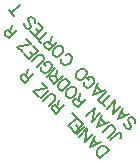
<source format=gbo>
%TF.GenerationSoftware,Altium Limited,Altium Designer,23.11.1 (41)*%
G04 Layer_Color=32896*
%FSLAX45Y45*%
%MOMM*%
%TF.SameCoordinates,18DA1BFE-AB01-4B7C-B155-7CF3A37A3822*%
%TF.FilePolarity,Positive*%
%TF.FileFunction,Legend,Bot*%
%TF.Part,Single*%
G01*
G75*
%TA.AperFunction,NonConductor*%
%ADD21C,0.20000*%
D21*
X2076469Y-2683147D02*
X2147164Y-2612451D01*
X2076469Y-2683147D02*
X2052903Y-2659582D01*
X2046170Y-2646116D01*
Y-2632650D01*
X2049537Y-2622551D01*
X2056270Y-2609085D01*
X2073102Y-2592253D01*
X2086568Y-2585520D01*
X2096667Y-2582153D01*
X2110133D01*
X2123599Y-2588886D01*
X2147164Y-2612451D01*
X2030348Y-2495636D02*
X1986584Y-2593263D01*
X2084211Y-2549499D01*
X2050547Y-2562965D02*
X2016882Y-2529300D01*
X1943157Y-2549836D02*
X2013852Y-2479140D01*
X1943157Y-2549836D02*
X1966722Y-2432010D01*
X1896027Y-2502705D02*
X1966722Y-2432010D01*
X1876501Y-2483180D02*
X1947197Y-2412484D01*
X1817925Y-2424603D02*
X1861689Y-2468367D01*
X1932385Y-2397672D01*
X1888621Y-2353908D01*
X1895353Y-2434703D02*
X1868422Y-2407771D01*
X1806142Y-2412821D02*
X1876838Y-2342125D01*
X1836440Y-2301728D01*
X1702456Y-2309134D02*
X1773151Y-2238438D01*
X1702456Y-2309134D02*
X1672157Y-2278836D01*
X1665425Y-2265370D01*
Y-2258637D01*
X1668791Y-2248538D01*
X1675524Y-2241805D01*
X1685624Y-2238438D01*
X1692356D01*
X1705822Y-2245171D01*
X1736120Y-2275469D01*
X1712555Y-2251904D02*
X1726021Y-2191308D01*
X1639503Y-2246181D02*
X1690000Y-2195685D01*
X1696733Y-2182219D01*
Y-2168753D01*
X1690000Y-2155287D01*
X1683267Y-2148554D01*
X1669801Y-2141821D01*
X1656335D01*
X1642869Y-2148554D01*
X1592372Y-2199051D01*
X1572847Y-2179526D02*
X1643543Y-2108830D01*
X1510904Y-2117583D02*
X1628730Y-2094018D01*
X1558035Y-2164713D02*
X1510904Y-2117583D01*
X1628730Y-2094018D02*
X1581600Y-2046887D01*
X1439536Y-2046214D02*
X1510231Y-1975519D01*
X1439536Y-2046214D02*
X1409237Y-2015916D01*
X1402505Y-2002450D01*
Y-1995717D01*
X1405871Y-1985618D01*
X1412604Y-1978885D01*
X1422704Y-1975519D01*
X1429436D01*
X1442902Y-1982251D01*
X1473200Y-2012549D01*
X1449635Y-1988984D02*
X1463101Y-1928388D01*
X2161580Y-2530707D02*
X2215443Y-2476843D01*
X2228909Y-2470110D01*
X2235642Y-2470111D01*
X2245741Y-2473477D01*
X2252474Y-2480210D01*
X2255841Y-2490309D01*
Y-2497042D01*
X2249108Y-2510508D01*
X2242374Y-2517241D01*
X2143401Y-2512528D02*
X2193898Y-2462031D01*
X2200631Y-2448565D01*
Y-2435100D01*
X2193898Y-2421634D01*
X2187165Y-2414901D01*
X2173699Y-2408168D01*
X2160233D01*
X2146767Y-2414901D01*
X2096270Y-2465398D01*
X2093577Y-2321313D02*
X2049814Y-2418941D01*
X2147441Y-2375177D01*
X2113776Y-2388642D02*
X2080112Y-2354978D01*
X2006386Y-2375513D02*
X2077082Y-2304818D01*
X2006386Y-2375513D02*
X2029951Y-2257687D01*
X1959256Y-2328383D02*
X2029951Y-2257687D01*
X1884184Y-2253311D02*
X1954880Y-2182615D01*
X1884184Y-2253311D02*
X1853886Y-2223013D01*
X1847153Y-2209547D01*
Y-2202814D01*
X1850520Y-2192715D01*
X1857252Y-2185982D01*
X1867352Y-2182615D01*
X1874085D01*
X1887550Y-2189348D01*
X1917849Y-2219647D01*
X1894283Y-2196081D02*
X1907749Y-2135485D01*
X1801032Y-2170160D02*
X1811132Y-2173526D01*
X1824598Y-2173526D01*
X1834697Y-2170159D01*
X1848163Y-2163427D01*
X1864995Y-2146594D01*
X1871728Y-2133129D01*
X1875095Y-2123029D01*
Y-2109563D01*
X1871728Y-2099464D01*
X1858262Y-2085998D01*
X1848163Y-2082632D01*
X1834697D01*
X1824598Y-2085998D01*
X1811132Y-2092731D01*
X1794300Y-2109563D01*
X1787567Y-2123029D01*
X1784200Y-2133129D01*
Y-2146594D01*
X1787567Y-2156694D01*
X1801032Y-2170160D01*
X1750872Y-2120000D02*
X1821568Y-2049304D01*
X1750872Y-2120000D02*
X1727307Y-2096434D01*
X1720574Y-2082968D01*
Y-2069503D01*
X1723941Y-2059403D01*
X1730674Y-2045937D01*
X1747506Y-2029105D01*
X1760972Y-2022372D01*
X1771071Y-2019006D01*
X1784537D01*
X1798003Y-2025739D01*
X1821568Y-2049304D01*
X1687920Y-2057047D02*
X1758615Y-1986351D01*
X1687920Y-2057047D02*
X1657622Y-2026749D01*
X1650889Y-2013283D01*
X1650889Y-2006550D01*
X1654255Y-1996451D01*
X1660988Y-1989718D01*
X1671088Y-1986351D01*
X1677820D01*
X1691286Y-1993084D01*
X1721584Y-2023382D01*
X1698019Y-1999817D02*
X1711485Y-1939221D01*
X1624967Y-1994094D02*
X1695663Y-1923398D01*
X1576490Y-1911952D02*
X1573124Y-1922052D01*
Y-1935518D01*
X1576490Y-1945617D01*
X1589956Y-1959083D01*
X1600055Y-1962449D01*
X1613521D01*
X1623621Y-1959083D01*
X1637086Y-1952350D01*
X1653919Y-1935518D01*
X1660651Y-1922052D01*
X1664018Y-1911953D01*
X1664018Y-1898487D01*
X1660651Y-1888387D01*
X1647186Y-1874922D01*
X1637086Y-1871555D01*
X1623621D01*
X1613521Y-1874922D01*
X1603422Y-1885021D01*
X1620254Y-1901853D02*
X1603422Y-1885021D01*
X1543499Y-1912626D02*
X1593996Y-1862129D01*
X1600729Y-1848663D01*
Y-1835197D01*
X1593996Y-1821732D01*
X1587263Y-1814999D01*
X1573797Y-1808266D01*
X1560331D01*
X1546865Y-1814999D01*
X1496369Y-1865496D01*
X1433079Y-1802206D02*
X1476843Y-1845970D01*
X1547539Y-1775275D01*
X1503775Y-1731511D01*
X1510508Y-1812306D02*
X1483576Y-1785374D01*
X1374166Y-1743293D02*
X1491992Y-1719728D01*
X1421297Y-1790424D02*
X1374166Y-1743293D01*
X1491992Y-1719728D02*
X1444862Y-1672598D01*
X1302797Y-1671925D02*
X1373493Y-1601229D01*
X1302797Y-1671925D02*
X1272499Y-1641627D01*
X1265767Y-1628161D01*
Y-1621428D01*
X1269133Y-1611329D01*
X1275866Y-1604595D01*
X1285965Y-1601229D01*
X1292698D01*
X1306164Y-1607962D01*
X1336462Y-1638260D01*
X1312897Y-1614695D02*
X1326363Y-1554099D01*
X2276989Y-2388366D02*
Y-2401832D01*
X2283722Y-2415297D01*
X2297188Y-2428763D01*
X2310653Y-2435496D01*
X2324119D01*
X2330852Y-2428763D01*
X2334219Y-2418664D01*
X2334219Y-2411931D01*
X2330852Y-2401832D01*
X2317386Y-2374900D01*
X2314020Y-2364801D01*
Y-2358068D01*
X2317387Y-2347968D01*
X2327486Y-2337869D01*
X2340952D01*
X2354417Y-2344602D01*
X2367883Y-2358068D01*
X2374616Y-2371534D01*
Y-2384999D01*
X2267900Y-2258084D02*
X2224136Y-2355711D01*
X2321763Y-2311947D01*
X2288098Y-2325413D02*
X2254434Y-2291749D01*
X2180708Y-2312284D02*
X2251404Y-2241588D01*
X2180708Y-2312284D02*
X2204274Y-2194458D01*
X2133578Y-2265154D02*
X2204274Y-2194458D01*
X2090487Y-2222063D02*
X2161183Y-2151367D01*
X2114053Y-2245628D02*
X2066922Y-2198498D01*
X2058506Y-2190082D02*
X2129202Y-2119386D01*
X2060526Y-2050711D02*
X2016762Y-2148338D01*
X2114389Y-2104574D01*
X2080725Y-2118040D02*
X2047060Y-2084375D01*
X1939670Y-2037581D02*
X1936304Y-2047681D01*
Y-2061146D01*
X1939670Y-2071246D01*
X1953136Y-2084712D01*
X1963236Y-2088078D01*
X1976701Y-2088078D01*
X1986801Y-2084712D01*
X2000267Y-2077979D01*
X2017099Y-2061146D01*
X2023832Y-2047681D01*
X2027198Y-2037581D01*
X2027198Y-2024116D01*
X2023832Y-2014016D01*
X2010366Y-2000550D01*
X2000267Y-1997184D01*
X1986801D01*
X1976701Y-2000550D01*
X1966602Y-2010650D01*
X1983434Y-2027482D02*
X1966602Y-2010650D01*
X1886480Y-2018056D02*
X1896580Y-2021422D01*
X1910046Y-2021423D01*
X1920145Y-2018056D01*
X1933611Y-2011323D01*
X1950443Y-1994491D01*
X1957176Y-1981025D01*
X1960542Y-1970926D01*
Y-1957460D01*
X1957176Y-1947360D01*
X1943710Y-1933895D01*
X1933611Y-1930528D01*
X1920145D01*
X1910046Y-1933895D01*
X1896580Y-1940628D01*
X1879748Y-1957460D01*
X1873015Y-1970925D01*
X1869648Y-1981025D01*
Y-1994491D01*
X1873015Y-2004590D01*
X1886480Y-2018056D01*
X1747109Y-1845020D02*
X1743743Y-1855120D01*
Y-1868586D01*
X1747109Y-1878685D01*
X1760575Y-1892151D01*
X1770674Y-1895517D01*
X1784140D01*
X1794240Y-1892151D01*
X1807706Y-1885418D01*
X1824538Y-1868586D01*
X1831271Y-1855119D01*
X1834637Y-1845020D01*
X1834637Y-1831554D01*
X1831271Y-1821455D01*
X1817805Y-1807989D01*
X1807705Y-1804623D01*
X1794240D01*
X1784140Y-1807989D01*
X1690216Y-1821792D02*
X1700316Y-1825158D01*
X1713781Y-1825158D01*
X1723881Y-1821792D01*
X1737347Y-1815059D01*
X1754179Y-1798227D01*
X1760912Y-1784761D01*
X1764278Y-1774661D01*
X1764278Y-1761196D01*
X1760912Y-1751096D01*
X1747446Y-1737630D01*
X1737347Y-1734264D01*
X1723881D01*
X1713781Y-1737630D01*
X1700316Y-1744363D01*
X1683484Y-1761196D01*
X1676751Y-1774661D01*
X1673384Y-1784761D01*
Y-1798227D01*
X1676750Y-1808326D01*
X1690216Y-1821792D01*
X1640056Y-1771632D02*
X1710752Y-1700936D01*
X1640056Y-1771632D02*
X1609758Y-1741334D01*
X1603025Y-1727868D01*
X1603025Y-1721135D01*
X1606392Y-1711035D01*
X1613125Y-1704303D01*
X1623224Y-1700936D01*
X1629957D01*
X1643423Y-1707669D01*
X1673721Y-1737967D01*
X1650155Y-1714402D02*
X1663621Y-1653806D01*
X1553538Y-1685114D02*
X1624234Y-1614418D01*
X1577103Y-1708679D02*
X1529973Y-1661549D01*
X1477793Y-1609369D02*
X1521557Y-1653133D01*
X1592253Y-1582437D01*
X1548489Y-1538673D01*
X1555221Y-1619468D02*
X1528290Y-1592536D01*
X1428979Y-1540356D02*
Y-1553822D01*
X1435712Y-1567288D01*
X1449178Y-1580754D01*
X1462644Y-1587487D01*
X1476110D01*
X1482843Y-1580754D01*
X1486209Y-1570654D01*
X1486209Y-1563921D01*
X1482843Y-1553822D01*
X1469377Y-1526891D01*
X1466011Y-1516791D01*
Y-1510058D01*
X1469377Y-1499959D01*
X1479476Y-1489860D01*
X1492942D01*
X1506408Y-1496592D01*
X1519874Y-1510058D01*
X1526607Y-1523524D01*
Y-1536990D01*
X1323946Y-1455522D02*
X1394642Y-1384826D01*
X1347511Y-1479087D02*
X1300381Y-1431956D01*
%TF.MD5,7bf6133c26a5a7a9d73984c2618ffb74*%
M02*

</source>
